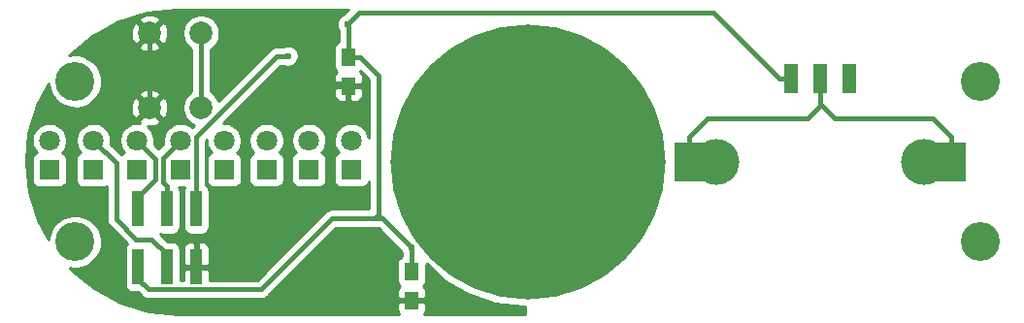
<source format=gbr>
G04 #@! TF.FileFunction,Copper,L2,Bot,Signal*
%FSLAX46Y46*%
G04 Gerber Fmt 4.6, Leading zero omitted, Abs format (unit mm)*
G04 Created by KiCad (PCBNEW 4.0.7-e2-6376~58~ubuntu16.04.1) date Tue Dec 26 20:47:44 2017*
%MOMM*%
%LPD*%
G01*
G04 APERTURE LIST*
%ADD10C,0.100000*%
%ADD11R,1.000000X3.150000*%
%ADD12C,24.000000*%
%ADD13C,3.400000*%
%ADD14R,1.250000X1.500000*%
%ADD15R,1.800000X1.800000*%
%ADD16C,1.800000*%
%ADD17R,1.250000X2.500000*%
%ADD18C,2.000000*%
%ADD19R,2.540000X3.510000*%
%ADD20C,4.000000*%
%ADD21C,0.600000*%
%ADD22C,0.400000*%
%ADD23C,0.254000*%
G04 APERTURE END LIST*
D10*
D11*
X110490000Y-118140000D03*
X110490000Y-123190000D03*
X113030000Y-118140000D03*
X113030000Y-123190000D03*
X115570000Y-118140000D03*
X115570000Y-123190000D03*
D12*
X144500000Y-114000000D03*
D13*
X184000000Y-107000000D03*
X105000000Y-107000000D03*
X184000000Y-121000000D03*
D14*
X128850000Y-104900000D03*
X128850000Y-107400000D03*
D15*
X129100000Y-114700000D03*
D16*
X129100000Y-112160000D03*
D15*
X125400000Y-114700000D03*
D16*
X125400000Y-112160000D03*
D15*
X121700000Y-114700000D03*
D16*
X121700000Y-112160000D03*
D15*
X118000000Y-114700000D03*
D16*
X118000000Y-112160000D03*
D15*
X114200000Y-114700000D03*
D16*
X114200000Y-112160000D03*
D15*
X110400000Y-114700000D03*
D16*
X110400000Y-112160000D03*
D15*
X106600000Y-114700000D03*
D16*
X106600000Y-112160000D03*
D15*
X102760000Y-114700000D03*
D16*
X102760000Y-112160000D03*
D17*
X167500000Y-106750000D03*
X170000000Y-106750000D03*
X172500000Y-106750000D03*
D18*
X111500000Y-102800000D03*
X116000000Y-102800000D03*
X111500000Y-109300000D03*
X116000000Y-109300000D03*
D13*
X105000000Y-121000000D03*
D19*
X158600000Y-114000000D03*
X181400000Y-114000000D03*
D20*
X160900000Y-114000000D03*
X179100000Y-114000000D03*
D14*
X134366000Y-123611000D03*
X134366000Y-126111000D03*
D21*
X108712000Y-124079000D03*
X130100000Y-122720002D03*
X127400000Y-107150000D03*
X134350000Y-121500000D03*
X128750000Y-102000000D03*
X123580000Y-104780000D03*
D22*
X170000000Y-109146000D02*
X170000000Y-108966000D01*
X170000000Y-108966000D02*
X170000000Y-106750000D01*
X179791000Y-110236000D02*
X171270000Y-110236000D01*
X171270000Y-110236000D02*
X170000000Y-108966000D01*
X181400000Y-114000000D02*
X181400000Y-111845000D01*
X181400000Y-111845000D02*
X179791000Y-110236000D01*
X168910000Y-110236000D02*
X170000000Y-109146000D01*
X160209000Y-110236000D02*
X168910000Y-110236000D01*
X158600000Y-114000000D02*
X158600000Y-111845000D01*
X158600000Y-111845000D02*
X160209000Y-110236000D01*
X127400000Y-107150000D02*
X128600000Y-107150000D01*
X128600000Y-107150000D02*
X128850000Y-107400000D01*
X111500000Y-102800000D02*
X111500000Y-104214213D01*
X111500000Y-104214213D02*
X111500000Y-109300000D01*
X134366000Y-123611000D02*
X134366000Y-121516000D01*
X134366000Y-121516000D02*
X134350000Y-121500000D01*
X128750000Y-102000000D02*
X129785000Y-100965000D01*
X129785000Y-100965000D02*
X160690000Y-100965000D01*
X160690000Y-100965000D02*
X166475000Y-106750000D01*
X166475000Y-106750000D02*
X167500000Y-106750000D01*
X167500000Y-106750000D02*
X167500000Y-106125000D01*
X121214999Y-125165001D02*
X127430000Y-118950000D01*
X127430000Y-118950000D02*
X131100000Y-118950000D01*
X110490000Y-123190000D02*
X110490000Y-124265000D01*
X110490000Y-124265000D02*
X111390001Y-125165001D01*
X111390001Y-125165001D02*
X121214999Y-125165001D01*
X131100000Y-118950000D02*
X131450000Y-118950000D01*
X131450000Y-118650000D02*
X131400000Y-118650000D01*
X131400000Y-118650000D02*
X131100000Y-118950000D01*
X131800000Y-118950000D02*
X131750000Y-118950000D01*
X131750000Y-118950000D02*
X131450000Y-118650000D01*
X131450000Y-106475000D02*
X131450000Y-118650000D01*
X131450000Y-118650000D02*
X131450000Y-118950000D01*
X132500000Y-119650000D02*
X132800000Y-119950000D01*
X132800000Y-119950000D02*
X134350000Y-121500000D01*
X131450000Y-118950000D02*
X131800000Y-118950000D01*
X131800000Y-118950000D02*
X132800000Y-119950000D01*
X128850000Y-104900000D02*
X129875000Y-104900000D01*
X129875000Y-104900000D02*
X131450000Y-106475000D01*
X128850000Y-104900000D02*
X129148542Y-104900000D01*
X128850000Y-104900000D02*
X128850000Y-102100000D01*
X128850000Y-102100000D02*
X128750000Y-102000000D01*
X115570000Y-118140000D02*
X115570000Y-111802002D01*
X122592002Y-104780000D02*
X123155736Y-104780000D01*
X115570000Y-111802002D02*
X122592002Y-104780000D01*
X123155736Y-104780000D02*
X123580000Y-104780000D01*
X112649000Y-115784000D02*
X112649000Y-113711000D01*
X112649000Y-113711000D02*
X114200000Y-112160000D01*
X113030000Y-118140000D02*
X113030000Y-116165000D01*
X113030000Y-116165000D02*
X112649000Y-115784000D01*
X112014000Y-113774000D02*
X112014000Y-115541000D01*
X112014000Y-115541000D02*
X110490000Y-117065000D01*
X110490000Y-117065000D02*
X110490000Y-118140000D01*
X110400000Y-112160000D02*
X112014000Y-113774000D01*
X106600000Y-112160000D02*
X108585000Y-114145000D01*
X108585000Y-114145000D02*
X108585000Y-119030002D01*
X108585000Y-119030002D02*
X110331998Y-120777000D01*
X110331998Y-120777000D02*
X111692000Y-120777000D01*
X111692000Y-120777000D02*
X113030000Y-122115000D01*
X113030000Y-122115000D02*
X113030000Y-123190000D01*
X116000000Y-102800000D02*
X116000000Y-104214213D01*
X116000000Y-104214213D02*
X116000000Y-109300000D01*
D23*
G36*
X128460735Y-101108397D02*
X128314722Y-101167390D01*
X128161291Y-101267793D01*
X128030283Y-101396086D01*
X127926689Y-101547381D01*
X127854454Y-101715916D01*
X127816331Y-101895272D01*
X127813771Y-102078617D01*
X127846872Y-102258968D01*
X127914372Y-102429454D01*
X128013701Y-102583583D01*
X128015000Y-102584928D01*
X128015000Y-103553710D01*
X127952366Y-103573106D01*
X127802441Y-103671900D01*
X127685975Y-103808550D01*
X127612190Y-103972237D01*
X127586928Y-104150000D01*
X127586928Y-105650000D01*
X127594992Y-105751121D01*
X127648106Y-105922634D01*
X127746900Y-106072559D01*
X127834497Y-106147217D01*
X127820211Y-106156763D01*
X127731763Y-106245211D01*
X127662270Y-106349215D01*
X127614403Y-106464777D01*
X127590000Y-106587458D01*
X127590000Y-107114250D01*
X127748750Y-107273000D01*
X128723000Y-107273000D01*
X128723000Y-107253000D01*
X128977000Y-107253000D01*
X128977000Y-107273000D01*
X129951250Y-107273000D01*
X130110000Y-107114250D01*
X130110000Y-106587458D01*
X130085597Y-106464777D01*
X130037730Y-106349215D01*
X129968237Y-106245211D01*
X129879789Y-106156763D01*
X129867015Y-106148227D01*
X129897559Y-106128100D01*
X129908912Y-106114780D01*
X130615000Y-106820868D01*
X130615000Y-111908147D01*
X130576595Y-111714190D01*
X130461882Y-111435874D01*
X130295295Y-111185141D01*
X130083180Y-110971540D01*
X129833616Y-110803206D01*
X129556108Y-110686553D01*
X129261228Y-110626023D01*
X128960206Y-110623921D01*
X128664509Y-110680328D01*
X128385400Y-110793096D01*
X128133509Y-110957928D01*
X127918432Y-111168547D01*
X127748361Y-111416930D01*
X127629773Y-111693617D01*
X127567186Y-111988067D01*
X127562983Y-112289067D01*
X127617324Y-112585150D01*
X127728140Y-112865040D01*
X127891210Y-113118075D01*
X127977611Y-113207546D01*
X127927366Y-113223106D01*
X127777441Y-113321900D01*
X127660975Y-113458550D01*
X127587190Y-113622237D01*
X127561928Y-113800000D01*
X127561928Y-115600000D01*
X127569992Y-115701121D01*
X127623106Y-115872634D01*
X127721900Y-116022559D01*
X127858550Y-116139025D01*
X128022237Y-116212810D01*
X128200000Y-116238072D01*
X130000000Y-116238072D01*
X130101121Y-116230008D01*
X130272634Y-116176894D01*
X130422559Y-116078100D01*
X130539025Y-115941450D01*
X130612810Y-115777763D01*
X130615000Y-115762352D01*
X130615000Y-118115000D01*
X127430000Y-118115000D01*
X127353253Y-118122525D01*
X127276400Y-118129249D01*
X127272186Y-118130473D01*
X127267814Y-118130902D01*
X127193966Y-118153198D01*
X127119908Y-118174714D01*
X127116009Y-118176735D01*
X127111806Y-118178004D01*
X127043704Y-118214215D01*
X126975227Y-118249710D01*
X126971796Y-118252449D01*
X126967918Y-118254511D01*
X126908142Y-118303262D01*
X126847867Y-118351379D01*
X126841761Y-118357401D01*
X126841630Y-118357508D01*
X126841530Y-118357629D01*
X126839566Y-118359566D01*
X120869131Y-124330001D01*
X116705000Y-124330001D01*
X116705000Y-123475750D01*
X116546250Y-123317000D01*
X115697000Y-123317000D01*
X115697000Y-123337000D01*
X115443000Y-123337000D01*
X115443000Y-123317000D01*
X114593750Y-123317000D01*
X114435000Y-123475750D01*
X114435000Y-124330001D01*
X114168072Y-124330001D01*
X114168072Y-121615000D01*
X114163085Y-121552458D01*
X114435000Y-121552458D01*
X114435000Y-122904250D01*
X114593750Y-123063000D01*
X115443000Y-123063000D01*
X115443000Y-121138750D01*
X115697000Y-121138750D01*
X115697000Y-123063000D01*
X116546250Y-123063000D01*
X116705000Y-122904250D01*
X116705000Y-121552458D01*
X116680597Y-121429777D01*
X116632730Y-121314215D01*
X116563237Y-121210211D01*
X116474789Y-121121763D01*
X116370785Y-121052270D01*
X116255223Y-121004403D01*
X116132542Y-120980000D01*
X115855750Y-120980000D01*
X115697000Y-121138750D01*
X115443000Y-121138750D01*
X115284250Y-120980000D01*
X115007458Y-120980000D01*
X114884777Y-121004403D01*
X114769215Y-121052270D01*
X114665211Y-121121763D01*
X114576763Y-121210211D01*
X114507270Y-121314215D01*
X114459403Y-121429777D01*
X114435000Y-121552458D01*
X114163085Y-121552458D01*
X114160008Y-121513879D01*
X114106894Y-121342366D01*
X114008100Y-121192441D01*
X113871450Y-121075975D01*
X113707763Y-121002190D01*
X113530000Y-120976928D01*
X113072796Y-120976928D01*
X112435512Y-120339644D01*
X112530000Y-120353072D01*
X113530000Y-120353072D01*
X113631121Y-120345008D01*
X113802634Y-120291894D01*
X113952559Y-120193100D01*
X114069025Y-120056450D01*
X114142810Y-119892763D01*
X114168072Y-119715000D01*
X114168072Y-116565000D01*
X114160008Y-116463879D01*
X114106894Y-116292366D01*
X114071117Y-116238072D01*
X114524429Y-116238072D01*
X114457190Y-116387237D01*
X114431928Y-116565000D01*
X114431928Y-119715000D01*
X114439992Y-119816121D01*
X114493106Y-119987634D01*
X114591900Y-120137559D01*
X114728550Y-120254025D01*
X114892237Y-120327810D01*
X115070000Y-120353072D01*
X116070000Y-120353072D01*
X116171121Y-120345008D01*
X116342634Y-120291894D01*
X116492559Y-120193100D01*
X116609025Y-120056450D01*
X116682810Y-119892763D01*
X116708072Y-119715000D01*
X116708072Y-116565000D01*
X116700008Y-116463879D01*
X116646894Y-116292366D01*
X116548100Y-116142441D01*
X116411450Y-116025975D01*
X116405000Y-116023068D01*
X116405000Y-112147870D01*
X116465804Y-112087066D01*
X116462983Y-112289067D01*
X116517324Y-112585150D01*
X116628140Y-112865040D01*
X116791210Y-113118075D01*
X116877611Y-113207546D01*
X116827366Y-113223106D01*
X116677441Y-113321900D01*
X116560975Y-113458550D01*
X116487190Y-113622237D01*
X116461928Y-113800000D01*
X116461928Y-115600000D01*
X116469992Y-115701121D01*
X116523106Y-115872634D01*
X116621900Y-116022559D01*
X116758550Y-116139025D01*
X116922237Y-116212810D01*
X117100000Y-116238072D01*
X118900000Y-116238072D01*
X119001121Y-116230008D01*
X119172634Y-116176894D01*
X119322559Y-116078100D01*
X119439025Y-115941450D01*
X119512810Y-115777763D01*
X119538072Y-115600000D01*
X119538072Y-113800000D01*
X120161928Y-113800000D01*
X120161928Y-115600000D01*
X120169992Y-115701121D01*
X120223106Y-115872634D01*
X120321900Y-116022559D01*
X120458550Y-116139025D01*
X120622237Y-116212810D01*
X120800000Y-116238072D01*
X122600000Y-116238072D01*
X122701121Y-116230008D01*
X122872634Y-116176894D01*
X123022559Y-116078100D01*
X123139025Y-115941450D01*
X123212810Y-115777763D01*
X123238072Y-115600000D01*
X123238072Y-113800000D01*
X123861928Y-113800000D01*
X123861928Y-115600000D01*
X123869992Y-115701121D01*
X123923106Y-115872634D01*
X124021900Y-116022559D01*
X124158550Y-116139025D01*
X124322237Y-116212810D01*
X124500000Y-116238072D01*
X126300000Y-116238072D01*
X126401121Y-116230008D01*
X126572634Y-116176894D01*
X126722559Y-116078100D01*
X126839025Y-115941450D01*
X126912810Y-115777763D01*
X126938072Y-115600000D01*
X126938072Y-113800000D01*
X126930008Y-113698879D01*
X126876894Y-113527366D01*
X126778100Y-113377441D01*
X126641450Y-113260975D01*
X126524963Y-113208466D01*
X126567610Y-113167854D01*
X126741132Y-112921869D01*
X126863572Y-112646866D01*
X126930265Y-112353317D01*
X126935066Y-112009486D01*
X126876595Y-111714190D01*
X126761882Y-111435874D01*
X126595295Y-111185141D01*
X126383180Y-110971540D01*
X126133616Y-110803206D01*
X125856108Y-110686553D01*
X125561228Y-110626023D01*
X125260206Y-110623921D01*
X124964509Y-110680328D01*
X124685400Y-110793096D01*
X124433509Y-110957928D01*
X124218432Y-111168547D01*
X124048361Y-111416930D01*
X123929773Y-111693617D01*
X123867186Y-111988067D01*
X123862983Y-112289067D01*
X123917324Y-112585150D01*
X124028140Y-112865040D01*
X124191210Y-113118075D01*
X124277611Y-113207546D01*
X124227366Y-113223106D01*
X124077441Y-113321900D01*
X123960975Y-113458550D01*
X123887190Y-113622237D01*
X123861928Y-113800000D01*
X123238072Y-113800000D01*
X123230008Y-113698879D01*
X123176894Y-113527366D01*
X123078100Y-113377441D01*
X122941450Y-113260975D01*
X122824963Y-113208466D01*
X122867610Y-113167854D01*
X123041132Y-112921869D01*
X123163572Y-112646866D01*
X123230265Y-112353317D01*
X123235066Y-112009486D01*
X123176595Y-111714190D01*
X123061882Y-111435874D01*
X122895295Y-111185141D01*
X122683180Y-110971540D01*
X122433616Y-110803206D01*
X122156108Y-110686553D01*
X121861228Y-110626023D01*
X121560206Y-110623921D01*
X121264509Y-110680328D01*
X120985400Y-110793096D01*
X120733509Y-110957928D01*
X120518432Y-111168547D01*
X120348361Y-111416930D01*
X120229773Y-111693617D01*
X120167186Y-111988067D01*
X120162983Y-112289067D01*
X120217324Y-112585150D01*
X120328140Y-112865040D01*
X120491210Y-113118075D01*
X120577611Y-113207546D01*
X120527366Y-113223106D01*
X120377441Y-113321900D01*
X120260975Y-113458550D01*
X120187190Y-113622237D01*
X120161928Y-113800000D01*
X119538072Y-113800000D01*
X119530008Y-113698879D01*
X119476894Y-113527366D01*
X119378100Y-113377441D01*
X119241450Y-113260975D01*
X119124963Y-113208466D01*
X119167610Y-113167854D01*
X119341132Y-112921869D01*
X119463572Y-112646866D01*
X119530265Y-112353317D01*
X119535066Y-112009486D01*
X119476595Y-111714190D01*
X119361882Y-111435874D01*
X119195295Y-111185141D01*
X118983180Y-110971540D01*
X118733616Y-110803206D01*
X118456108Y-110686553D01*
X118161228Y-110626023D01*
X117928472Y-110624398D01*
X120867120Y-107685750D01*
X127590000Y-107685750D01*
X127590000Y-108212542D01*
X127614403Y-108335223D01*
X127662270Y-108450785D01*
X127731763Y-108554789D01*
X127820211Y-108643237D01*
X127924215Y-108712730D01*
X128039777Y-108760597D01*
X128162458Y-108785000D01*
X128564250Y-108785000D01*
X128723000Y-108626250D01*
X128723000Y-107527000D01*
X128977000Y-107527000D01*
X128977000Y-108626250D01*
X129135750Y-108785000D01*
X129537542Y-108785000D01*
X129660223Y-108760597D01*
X129775785Y-108712730D01*
X129879789Y-108643237D01*
X129968237Y-108554789D01*
X130037730Y-108450785D01*
X130085597Y-108335223D01*
X130110000Y-108212542D01*
X130110000Y-107685750D01*
X129951250Y-107527000D01*
X128977000Y-107527000D01*
X128723000Y-107527000D01*
X127748750Y-107527000D01*
X127590000Y-107685750D01*
X120867120Y-107685750D01*
X122937870Y-105615000D01*
X123155678Y-105615000D01*
X123289671Y-105673540D01*
X123468757Y-105712915D01*
X123652079Y-105716755D01*
X123832657Y-105684914D01*
X124003610Y-105618606D01*
X124158429Y-105520355D01*
X124291215Y-105393904D01*
X124396911Y-105244070D01*
X124471492Y-105076560D01*
X124512116Y-104897754D01*
X124515040Y-104688319D01*
X124479425Y-104508448D01*
X124409550Y-104338920D01*
X124308079Y-104186193D01*
X124178875Y-104056084D01*
X124026860Y-103953549D01*
X123857825Y-103882493D01*
X123678207Y-103845623D01*
X123494849Y-103844343D01*
X123314733Y-103878701D01*
X123150637Y-103945000D01*
X122592002Y-103945000D01*
X122515210Y-103952529D01*
X122438402Y-103959249D01*
X122434188Y-103960473D01*
X122429816Y-103960902D01*
X122355935Y-103983208D01*
X122281909Y-104004715D01*
X122278013Y-104006734D01*
X122273808Y-104008004D01*
X122205670Y-104044234D01*
X122137228Y-104079711D01*
X122133798Y-104082449D01*
X122129920Y-104084511D01*
X122070133Y-104133272D01*
X122009868Y-104181380D01*
X122003763Y-104187401D01*
X122003632Y-104187508D01*
X122003532Y-104187629D01*
X122001568Y-104189566D01*
X117512431Y-108678703D01*
X117450604Y-108528700D01*
X117273165Y-108261632D01*
X117047231Y-108034115D01*
X116835000Y-107890964D01*
X116835000Y-104206628D01*
X117011477Y-104094632D01*
X117243676Y-103873512D01*
X117428503Y-103611503D01*
X117558919Y-103318583D01*
X117629956Y-103005911D01*
X117635070Y-102639680D01*
X117572791Y-102325146D01*
X117450604Y-102028700D01*
X117273165Y-101761632D01*
X117047231Y-101534115D01*
X116781408Y-101354816D01*
X116485822Y-101230563D01*
X116171731Y-101166089D01*
X115851099Y-101163851D01*
X115536138Y-101223933D01*
X115238846Y-101344046D01*
X114970546Y-101519617D01*
X114741457Y-101743957D01*
X114560306Y-102008522D01*
X114433993Y-102303233D01*
X114367328Y-102616866D01*
X114362851Y-102937475D01*
X114420733Y-103252848D01*
X114538768Y-103550971D01*
X114712461Y-103820491D01*
X114935197Y-104051140D01*
X115165000Y-104210857D01*
X115165000Y-107892370D01*
X114970546Y-108019617D01*
X114741457Y-108243957D01*
X114560306Y-108508522D01*
X114433993Y-108803233D01*
X114367328Y-109116866D01*
X114362851Y-109437475D01*
X114420733Y-109752848D01*
X114538768Y-110050971D01*
X114712461Y-110320491D01*
X114935197Y-110551140D01*
X115198490Y-110734133D01*
X115378400Y-110812734D01*
X115201323Y-110989811D01*
X115183180Y-110971540D01*
X114933616Y-110803206D01*
X114656108Y-110686553D01*
X114361228Y-110626023D01*
X114060206Y-110623921D01*
X113764509Y-110680328D01*
X113485400Y-110793096D01*
X113233509Y-110957928D01*
X113018432Y-111168547D01*
X112848361Y-111416930D01*
X112729773Y-111693617D01*
X112667186Y-111988067D01*
X112662983Y-112289067D01*
X112698197Y-112480935D01*
X112300000Y-112879132D01*
X111901369Y-112480501D01*
X111930265Y-112353317D01*
X111935066Y-112009486D01*
X111876595Y-111714190D01*
X111761882Y-111435874D01*
X111595295Y-111185141D01*
X111383180Y-110971540D01*
X111317077Y-110926953D01*
X111562595Y-110941718D01*
X111881675Y-110897961D01*
X112186088Y-110792795D01*
X112360044Y-110699814D01*
X112455808Y-110435413D01*
X111500000Y-109479605D01*
X110544192Y-110435413D01*
X110617406Y-110637555D01*
X110561228Y-110626023D01*
X110260206Y-110623921D01*
X109964509Y-110680328D01*
X109685400Y-110793096D01*
X109433509Y-110957928D01*
X109218432Y-111168547D01*
X109048361Y-111416930D01*
X108929773Y-111693617D01*
X108867186Y-111988067D01*
X108862983Y-112289067D01*
X108917324Y-112585150D01*
X109028140Y-112865040D01*
X109191210Y-113118075D01*
X109277611Y-113207546D01*
X109227366Y-113223106D01*
X109077441Y-113321900D01*
X109015474Y-113394606D01*
X108101369Y-112480501D01*
X108130265Y-112353317D01*
X108135066Y-112009486D01*
X108076595Y-111714190D01*
X107961882Y-111435874D01*
X107795295Y-111185141D01*
X107583180Y-110971540D01*
X107333616Y-110803206D01*
X107056108Y-110686553D01*
X106761228Y-110626023D01*
X106460206Y-110623921D01*
X106164509Y-110680328D01*
X105885400Y-110793096D01*
X105633509Y-110957928D01*
X105418432Y-111168547D01*
X105248361Y-111416930D01*
X105129773Y-111693617D01*
X105067186Y-111988067D01*
X105062983Y-112289067D01*
X105117324Y-112585150D01*
X105228140Y-112865040D01*
X105391210Y-113118075D01*
X105477611Y-113207546D01*
X105427366Y-113223106D01*
X105277441Y-113321900D01*
X105160975Y-113458550D01*
X105087190Y-113622237D01*
X105061928Y-113800000D01*
X105061928Y-115600000D01*
X105069992Y-115701121D01*
X105123106Y-115872634D01*
X105221900Y-116022559D01*
X105358550Y-116139025D01*
X105522237Y-116212810D01*
X105700000Y-116238072D01*
X107500000Y-116238072D01*
X107601121Y-116230008D01*
X107750000Y-116183903D01*
X107750000Y-119030002D01*
X107757525Y-119106749D01*
X107764249Y-119183602D01*
X107765473Y-119187816D01*
X107765902Y-119192188D01*
X107788212Y-119266083D01*
X107809715Y-119340094D01*
X107811734Y-119343988D01*
X107813004Y-119348196D01*
X107849223Y-119416313D01*
X107884710Y-119484776D01*
X107887451Y-119488209D01*
X107889511Y-119492084D01*
X107938269Y-119551868D01*
X107986380Y-119612135D01*
X107992400Y-119618240D01*
X107992508Y-119618372D01*
X107992631Y-119618473D01*
X107994566Y-119620436D01*
X109541485Y-121167355D01*
X109450975Y-121273550D01*
X109377190Y-121437237D01*
X109351928Y-121615000D01*
X109351928Y-124765000D01*
X109359992Y-124866121D01*
X109413106Y-125037634D01*
X109511900Y-125187559D01*
X109648550Y-125304025D01*
X109812237Y-125377810D01*
X109990000Y-125403072D01*
X110447204Y-125403072D01*
X110799567Y-125755435D01*
X110859183Y-125804405D01*
X110918254Y-125853971D01*
X110922097Y-125856084D01*
X110925494Y-125858874D01*
X110993527Y-125895353D01*
X111061060Y-125932479D01*
X111065243Y-125933806D01*
X111069115Y-125935882D01*
X111142922Y-125958447D01*
X111216395Y-125981754D01*
X111220755Y-125982243D01*
X111224958Y-125983528D01*
X111301757Y-125991329D01*
X111378343Y-125999920D01*
X111386915Y-125999980D01*
X111387087Y-125999997D01*
X111387247Y-125999982D01*
X111390001Y-126000001D01*
X121214999Y-126000001D01*
X121291746Y-125992476D01*
X121368599Y-125985752D01*
X121372813Y-125984528D01*
X121377185Y-125984099D01*
X121451080Y-125961789D01*
X121525091Y-125940286D01*
X121528985Y-125938267D01*
X121533193Y-125936997D01*
X121601310Y-125900778D01*
X121669773Y-125865291D01*
X121673206Y-125862550D01*
X121677081Y-125860490D01*
X121736865Y-125811732D01*
X121797132Y-125763621D01*
X121803237Y-125757601D01*
X121803369Y-125757493D01*
X121803470Y-125757370D01*
X121805433Y-125755435D01*
X127775868Y-119785000D01*
X131454132Y-119785000D01*
X133459176Y-121790044D01*
X133514372Y-121929454D01*
X133531000Y-121955256D01*
X133531000Y-122264710D01*
X133468366Y-122284106D01*
X133318441Y-122382900D01*
X133201975Y-122519550D01*
X133128190Y-122683237D01*
X133102928Y-122861000D01*
X133102928Y-124361000D01*
X133110992Y-124462121D01*
X133164106Y-124633634D01*
X133262900Y-124783559D01*
X133350497Y-124858217D01*
X133336211Y-124867763D01*
X133247763Y-124956211D01*
X133178270Y-125060215D01*
X133130403Y-125175777D01*
X133106000Y-125298458D01*
X133106000Y-125825250D01*
X133264750Y-125984000D01*
X134239000Y-125984000D01*
X134239000Y-125964000D01*
X134493000Y-125964000D01*
X134493000Y-125984000D01*
X135467250Y-125984000D01*
X135626000Y-125825250D01*
X135626000Y-125298458D01*
X135601597Y-125175777D01*
X135553730Y-125060215D01*
X135484237Y-124956211D01*
X135395789Y-124867763D01*
X135383015Y-124859227D01*
X135413559Y-124839100D01*
X135530025Y-124702450D01*
X135603810Y-124538763D01*
X135629072Y-124361000D01*
X135629072Y-123050536D01*
X135724989Y-122954619D01*
X137140517Y-124345524D01*
X139300239Y-125582501D01*
X141659785Y-126374369D01*
X144128478Y-126690698D01*
X144247666Y-126682472D01*
X144263344Y-127290000D01*
X135460026Y-127290000D01*
X135484237Y-127265789D01*
X135553730Y-127161785D01*
X135601597Y-127046223D01*
X135626000Y-126923542D01*
X135626000Y-126396750D01*
X135467250Y-126238000D01*
X134493000Y-126238000D01*
X134493000Y-126258000D01*
X134239000Y-126258000D01*
X134239000Y-126238000D01*
X133264750Y-126238000D01*
X133106000Y-126396750D01*
X133106000Y-126923542D01*
X133130403Y-127046223D01*
X133178270Y-127161785D01*
X133247763Y-127265789D01*
X133271974Y-127290000D01*
X114034720Y-127290000D01*
X111419290Y-127033555D01*
X108936873Y-126284068D01*
X106647311Y-125066687D01*
X104637811Y-123427778D01*
X104519969Y-123285332D01*
X104722189Y-123329793D01*
X105180006Y-123339383D01*
X105630966Y-123259866D01*
X106057893Y-123094272D01*
X106444525Y-122848908D01*
X106776136Y-122533119D01*
X107040094Y-122158935D01*
X107226346Y-121740607D01*
X107327797Y-121294069D01*
X107335100Y-120771041D01*
X107246157Y-120321845D01*
X107071658Y-119898480D01*
X106818251Y-119517071D01*
X106495587Y-119192146D01*
X106115956Y-118936082D01*
X105693819Y-118758632D01*
X105245255Y-118666555D01*
X104787349Y-118663358D01*
X104337543Y-118749164D01*
X103912969Y-118920702D01*
X103529801Y-119171441D01*
X103202631Y-119491829D01*
X102943923Y-119869662D01*
X102763531Y-120290550D01*
X102668324Y-120738461D01*
X102666884Y-120841586D01*
X101751577Y-119148761D01*
X100984781Y-116671641D01*
X100713729Y-114092756D01*
X100740371Y-113800000D01*
X101221928Y-113800000D01*
X101221928Y-115600000D01*
X101229992Y-115701121D01*
X101283106Y-115872634D01*
X101381900Y-116022559D01*
X101518550Y-116139025D01*
X101682237Y-116212810D01*
X101860000Y-116238072D01*
X103660000Y-116238072D01*
X103761121Y-116230008D01*
X103932634Y-116176894D01*
X104082559Y-116078100D01*
X104199025Y-115941450D01*
X104272810Y-115777763D01*
X104298072Y-115600000D01*
X104298072Y-113800000D01*
X104290008Y-113698879D01*
X104236894Y-113527366D01*
X104138100Y-113377441D01*
X104001450Y-113260975D01*
X103884963Y-113208466D01*
X103927610Y-113167854D01*
X104101132Y-112921869D01*
X104223572Y-112646866D01*
X104290265Y-112353317D01*
X104295066Y-112009486D01*
X104236595Y-111714190D01*
X104121882Y-111435874D01*
X103955295Y-111185141D01*
X103743180Y-110971540D01*
X103493616Y-110803206D01*
X103216108Y-110686553D01*
X102921228Y-110626023D01*
X102620206Y-110623921D01*
X102324509Y-110680328D01*
X102045400Y-110793096D01*
X101793509Y-110957928D01*
X101578432Y-111168547D01*
X101408361Y-111416930D01*
X101289773Y-111693617D01*
X101227186Y-111988067D01*
X101222983Y-112289067D01*
X101277324Y-112585150D01*
X101388140Y-112865040D01*
X101551210Y-113118075D01*
X101637611Y-113207546D01*
X101587366Y-113223106D01*
X101437441Y-113321900D01*
X101320975Y-113458550D01*
X101247190Y-113622237D01*
X101221928Y-113800000D01*
X100740371Y-113800000D01*
X100948746Y-111510342D01*
X101580862Y-109362595D01*
X109858282Y-109362595D01*
X109902039Y-109681675D01*
X110007205Y-109986088D01*
X110100186Y-110160044D01*
X110364587Y-110255808D01*
X111320395Y-109300000D01*
X111679605Y-109300000D01*
X112635413Y-110255808D01*
X112899814Y-110160044D01*
X113040704Y-109870429D01*
X113122384Y-109558892D01*
X113141718Y-109237405D01*
X113097961Y-108918325D01*
X112992795Y-108613912D01*
X112899814Y-108439956D01*
X112635413Y-108344192D01*
X111679605Y-109300000D01*
X111320395Y-109300000D01*
X110364587Y-108344192D01*
X110100186Y-108439956D01*
X109959296Y-108729571D01*
X109877616Y-109041108D01*
X109858282Y-109362595D01*
X101580862Y-109362595D01*
X101680883Y-109022755D01*
X102662650Y-107144808D01*
X102661931Y-107196333D01*
X102744594Y-107646727D01*
X102913164Y-108072488D01*
X103161222Y-108457398D01*
X103479318Y-108786796D01*
X103855336Y-109048135D01*
X104274954Y-109231462D01*
X104722189Y-109329793D01*
X105180006Y-109339383D01*
X105630966Y-109259866D01*
X106057893Y-109094272D01*
X106444525Y-108848908D01*
X106776136Y-108533119D01*
X107036106Y-108164587D01*
X110544192Y-108164587D01*
X111500000Y-109120395D01*
X112455808Y-108164587D01*
X112360044Y-107900186D01*
X112070429Y-107759296D01*
X111758892Y-107677616D01*
X111437405Y-107658282D01*
X111118325Y-107702039D01*
X110813912Y-107807205D01*
X110639956Y-107900186D01*
X110544192Y-108164587D01*
X107036106Y-108164587D01*
X107040094Y-108158935D01*
X107226346Y-107740607D01*
X107327797Y-107294069D01*
X107335100Y-106771041D01*
X107246157Y-106321845D01*
X107071658Y-105898480D01*
X106818251Y-105517071D01*
X106495587Y-105192146D01*
X106115956Y-104936082D01*
X105693819Y-104758632D01*
X105245255Y-104666555D01*
X104787349Y-104663358D01*
X104494777Y-104719170D01*
X104507088Y-104703858D01*
X105422885Y-103935413D01*
X110544192Y-103935413D01*
X110639956Y-104199814D01*
X110929571Y-104340704D01*
X111241108Y-104422384D01*
X111562595Y-104441718D01*
X111881675Y-104397961D01*
X112186088Y-104292795D01*
X112360044Y-104199814D01*
X112455808Y-103935413D01*
X111500000Y-102979605D01*
X110544192Y-103935413D01*
X105422885Y-103935413D01*
X106493512Y-103037051D01*
X106810846Y-102862595D01*
X109858282Y-102862595D01*
X109902039Y-103181675D01*
X110007205Y-103486088D01*
X110100186Y-103660044D01*
X110364587Y-103755808D01*
X111320395Y-102800000D01*
X111679605Y-102800000D01*
X112635413Y-103755808D01*
X112899814Y-103660044D01*
X113040704Y-103370429D01*
X113122384Y-103058892D01*
X113141718Y-102737405D01*
X113097961Y-102418325D01*
X112992795Y-102113912D01*
X112899814Y-101939956D01*
X112635413Y-101844192D01*
X111679605Y-102800000D01*
X111320395Y-102800000D01*
X110364587Y-101844192D01*
X110100186Y-101939956D01*
X109959296Y-102229571D01*
X109877616Y-102541108D01*
X109858282Y-102862595D01*
X106810846Y-102862595D01*
X108765856Y-101787819D01*
X109154332Y-101664587D01*
X110544192Y-101664587D01*
X111500000Y-102620395D01*
X112455808Y-101664587D01*
X112360044Y-101400186D01*
X112070429Y-101259296D01*
X111758892Y-101177616D01*
X111437405Y-101158282D01*
X111118325Y-101202039D01*
X110813912Y-101307205D01*
X110639956Y-101400186D01*
X110544192Y-101664587D01*
X109154332Y-101664587D01*
X111237561Y-101003749D01*
X113846690Y-100711088D01*
X114002524Y-100710000D01*
X128859132Y-100710000D01*
X128460735Y-101108397D01*
X128460735Y-101108397D01*
G37*
X128460735Y-101108397D02*
X128314722Y-101167390D01*
X128161291Y-101267793D01*
X128030283Y-101396086D01*
X127926689Y-101547381D01*
X127854454Y-101715916D01*
X127816331Y-101895272D01*
X127813771Y-102078617D01*
X127846872Y-102258968D01*
X127914372Y-102429454D01*
X128013701Y-102583583D01*
X128015000Y-102584928D01*
X128015000Y-103553710D01*
X127952366Y-103573106D01*
X127802441Y-103671900D01*
X127685975Y-103808550D01*
X127612190Y-103972237D01*
X127586928Y-104150000D01*
X127586928Y-105650000D01*
X127594992Y-105751121D01*
X127648106Y-105922634D01*
X127746900Y-106072559D01*
X127834497Y-106147217D01*
X127820211Y-106156763D01*
X127731763Y-106245211D01*
X127662270Y-106349215D01*
X127614403Y-106464777D01*
X127590000Y-106587458D01*
X127590000Y-107114250D01*
X127748750Y-107273000D01*
X128723000Y-107273000D01*
X128723000Y-107253000D01*
X128977000Y-107253000D01*
X128977000Y-107273000D01*
X129951250Y-107273000D01*
X130110000Y-107114250D01*
X130110000Y-106587458D01*
X130085597Y-106464777D01*
X130037730Y-106349215D01*
X129968237Y-106245211D01*
X129879789Y-106156763D01*
X129867015Y-106148227D01*
X129897559Y-106128100D01*
X129908912Y-106114780D01*
X130615000Y-106820868D01*
X130615000Y-111908147D01*
X130576595Y-111714190D01*
X130461882Y-111435874D01*
X130295295Y-111185141D01*
X130083180Y-110971540D01*
X129833616Y-110803206D01*
X129556108Y-110686553D01*
X129261228Y-110626023D01*
X128960206Y-110623921D01*
X128664509Y-110680328D01*
X128385400Y-110793096D01*
X128133509Y-110957928D01*
X127918432Y-111168547D01*
X127748361Y-111416930D01*
X127629773Y-111693617D01*
X127567186Y-111988067D01*
X127562983Y-112289067D01*
X127617324Y-112585150D01*
X127728140Y-112865040D01*
X127891210Y-113118075D01*
X127977611Y-113207546D01*
X127927366Y-113223106D01*
X127777441Y-113321900D01*
X127660975Y-113458550D01*
X127587190Y-113622237D01*
X127561928Y-113800000D01*
X127561928Y-115600000D01*
X127569992Y-115701121D01*
X127623106Y-115872634D01*
X127721900Y-116022559D01*
X127858550Y-116139025D01*
X128022237Y-116212810D01*
X128200000Y-116238072D01*
X130000000Y-116238072D01*
X130101121Y-116230008D01*
X130272634Y-116176894D01*
X130422559Y-116078100D01*
X130539025Y-115941450D01*
X130612810Y-115777763D01*
X130615000Y-115762352D01*
X130615000Y-118115000D01*
X127430000Y-118115000D01*
X127353253Y-118122525D01*
X127276400Y-118129249D01*
X127272186Y-118130473D01*
X127267814Y-118130902D01*
X127193966Y-118153198D01*
X127119908Y-118174714D01*
X127116009Y-118176735D01*
X127111806Y-118178004D01*
X127043704Y-118214215D01*
X126975227Y-118249710D01*
X126971796Y-118252449D01*
X126967918Y-118254511D01*
X126908142Y-118303262D01*
X126847867Y-118351379D01*
X126841761Y-118357401D01*
X126841630Y-118357508D01*
X126841530Y-118357629D01*
X126839566Y-118359566D01*
X120869131Y-124330001D01*
X116705000Y-124330001D01*
X116705000Y-123475750D01*
X116546250Y-123317000D01*
X115697000Y-123317000D01*
X115697000Y-123337000D01*
X115443000Y-123337000D01*
X115443000Y-123317000D01*
X114593750Y-123317000D01*
X114435000Y-123475750D01*
X114435000Y-124330001D01*
X114168072Y-124330001D01*
X114168072Y-121615000D01*
X114163085Y-121552458D01*
X114435000Y-121552458D01*
X114435000Y-122904250D01*
X114593750Y-123063000D01*
X115443000Y-123063000D01*
X115443000Y-121138750D01*
X115697000Y-121138750D01*
X115697000Y-123063000D01*
X116546250Y-123063000D01*
X116705000Y-122904250D01*
X116705000Y-121552458D01*
X116680597Y-121429777D01*
X116632730Y-121314215D01*
X116563237Y-121210211D01*
X116474789Y-121121763D01*
X116370785Y-121052270D01*
X116255223Y-121004403D01*
X116132542Y-120980000D01*
X115855750Y-120980000D01*
X115697000Y-121138750D01*
X115443000Y-121138750D01*
X115284250Y-120980000D01*
X115007458Y-120980000D01*
X114884777Y-121004403D01*
X114769215Y-121052270D01*
X114665211Y-121121763D01*
X114576763Y-121210211D01*
X114507270Y-121314215D01*
X114459403Y-121429777D01*
X114435000Y-121552458D01*
X114163085Y-121552458D01*
X114160008Y-121513879D01*
X114106894Y-121342366D01*
X114008100Y-121192441D01*
X113871450Y-121075975D01*
X113707763Y-121002190D01*
X113530000Y-120976928D01*
X113072796Y-120976928D01*
X112435512Y-120339644D01*
X112530000Y-120353072D01*
X113530000Y-120353072D01*
X113631121Y-120345008D01*
X113802634Y-120291894D01*
X113952559Y-120193100D01*
X114069025Y-120056450D01*
X114142810Y-119892763D01*
X114168072Y-119715000D01*
X114168072Y-116565000D01*
X114160008Y-116463879D01*
X114106894Y-116292366D01*
X114071117Y-116238072D01*
X114524429Y-116238072D01*
X114457190Y-116387237D01*
X114431928Y-116565000D01*
X114431928Y-119715000D01*
X114439992Y-119816121D01*
X114493106Y-119987634D01*
X114591900Y-120137559D01*
X114728550Y-120254025D01*
X114892237Y-120327810D01*
X115070000Y-120353072D01*
X116070000Y-120353072D01*
X116171121Y-120345008D01*
X116342634Y-120291894D01*
X116492559Y-120193100D01*
X116609025Y-120056450D01*
X116682810Y-119892763D01*
X116708072Y-119715000D01*
X116708072Y-116565000D01*
X116700008Y-116463879D01*
X116646894Y-116292366D01*
X116548100Y-116142441D01*
X116411450Y-116025975D01*
X116405000Y-116023068D01*
X116405000Y-112147870D01*
X116465804Y-112087066D01*
X116462983Y-112289067D01*
X116517324Y-112585150D01*
X116628140Y-112865040D01*
X116791210Y-113118075D01*
X116877611Y-113207546D01*
X116827366Y-113223106D01*
X116677441Y-113321900D01*
X116560975Y-113458550D01*
X116487190Y-113622237D01*
X116461928Y-113800000D01*
X116461928Y-115600000D01*
X116469992Y-115701121D01*
X116523106Y-115872634D01*
X116621900Y-116022559D01*
X116758550Y-116139025D01*
X116922237Y-116212810D01*
X117100000Y-116238072D01*
X118900000Y-116238072D01*
X119001121Y-116230008D01*
X119172634Y-116176894D01*
X119322559Y-116078100D01*
X119439025Y-115941450D01*
X119512810Y-115777763D01*
X119538072Y-115600000D01*
X119538072Y-113800000D01*
X120161928Y-113800000D01*
X120161928Y-115600000D01*
X120169992Y-115701121D01*
X120223106Y-115872634D01*
X120321900Y-116022559D01*
X120458550Y-116139025D01*
X120622237Y-116212810D01*
X120800000Y-116238072D01*
X122600000Y-116238072D01*
X122701121Y-116230008D01*
X122872634Y-116176894D01*
X123022559Y-116078100D01*
X123139025Y-115941450D01*
X123212810Y-115777763D01*
X123238072Y-115600000D01*
X123238072Y-113800000D01*
X123861928Y-113800000D01*
X123861928Y-115600000D01*
X123869992Y-115701121D01*
X123923106Y-115872634D01*
X124021900Y-116022559D01*
X124158550Y-116139025D01*
X124322237Y-116212810D01*
X124500000Y-116238072D01*
X126300000Y-116238072D01*
X126401121Y-116230008D01*
X126572634Y-116176894D01*
X126722559Y-116078100D01*
X126839025Y-115941450D01*
X126912810Y-115777763D01*
X126938072Y-115600000D01*
X126938072Y-113800000D01*
X126930008Y-113698879D01*
X126876894Y-113527366D01*
X126778100Y-113377441D01*
X126641450Y-113260975D01*
X126524963Y-113208466D01*
X126567610Y-113167854D01*
X126741132Y-112921869D01*
X126863572Y-112646866D01*
X126930265Y-112353317D01*
X126935066Y-112009486D01*
X126876595Y-111714190D01*
X126761882Y-111435874D01*
X126595295Y-111185141D01*
X126383180Y-110971540D01*
X126133616Y-110803206D01*
X125856108Y-110686553D01*
X125561228Y-110626023D01*
X125260206Y-110623921D01*
X124964509Y-110680328D01*
X124685400Y-110793096D01*
X124433509Y-110957928D01*
X124218432Y-111168547D01*
X124048361Y-111416930D01*
X123929773Y-111693617D01*
X123867186Y-111988067D01*
X123862983Y-112289067D01*
X123917324Y-112585150D01*
X124028140Y-112865040D01*
X124191210Y-113118075D01*
X124277611Y-113207546D01*
X124227366Y-113223106D01*
X124077441Y-113321900D01*
X123960975Y-113458550D01*
X123887190Y-113622237D01*
X123861928Y-113800000D01*
X123238072Y-113800000D01*
X123230008Y-113698879D01*
X123176894Y-113527366D01*
X123078100Y-113377441D01*
X122941450Y-113260975D01*
X122824963Y-113208466D01*
X122867610Y-113167854D01*
X123041132Y-112921869D01*
X123163572Y-112646866D01*
X123230265Y-112353317D01*
X123235066Y-112009486D01*
X123176595Y-111714190D01*
X123061882Y-111435874D01*
X122895295Y-111185141D01*
X122683180Y-110971540D01*
X122433616Y-110803206D01*
X122156108Y-110686553D01*
X121861228Y-110626023D01*
X121560206Y-110623921D01*
X121264509Y-110680328D01*
X120985400Y-110793096D01*
X120733509Y-110957928D01*
X120518432Y-111168547D01*
X120348361Y-111416930D01*
X120229773Y-111693617D01*
X120167186Y-111988067D01*
X120162983Y-112289067D01*
X120217324Y-112585150D01*
X120328140Y-112865040D01*
X120491210Y-113118075D01*
X120577611Y-113207546D01*
X120527366Y-113223106D01*
X120377441Y-113321900D01*
X120260975Y-113458550D01*
X120187190Y-113622237D01*
X120161928Y-113800000D01*
X119538072Y-113800000D01*
X119530008Y-113698879D01*
X119476894Y-113527366D01*
X119378100Y-113377441D01*
X119241450Y-113260975D01*
X119124963Y-113208466D01*
X119167610Y-113167854D01*
X119341132Y-112921869D01*
X119463572Y-112646866D01*
X119530265Y-112353317D01*
X119535066Y-112009486D01*
X119476595Y-111714190D01*
X119361882Y-111435874D01*
X119195295Y-111185141D01*
X118983180Y-110971540D01*
X118733616Y-110803206D01*
X118456108Y-110686553D01*
X118161228Y-110626023D01*
X117928472Y-110624398D01*
X120867120Y-107685750D01*
X127590000Y-107685750D01*
X127590000Y-108212542D01*
X127614403Y-108335223D01*
X127662270Y-108450785D01*
X127731763Y-108554789D01*
X127820211Y-108643237D01*
X127924215Y-108712730D01*
X128039777Y-108760597D01*
X128162458Y-108785000D01*
X128564250Y-108785000D01*
X128723000Y-108626250D01*
X128723000Y-107527000D01*
X128977000Y-107527000D01*
X128977000Y-108626250D01*
X129135750Y-108785000D01*
X129537542Y-108785000D01*
X129660223Y-108760597D01*
X129775785Y-108712730D01*
X129879789Y-108643237D01*
X129968237Y-108554789D01*
X130037730Y-108450785D01*
X130085597Y-108335223D01*
X130110000Y-108212542D01*
X130110000Y-107685750D01*
X129951250Y-107527000D01*
X128977000Y-107527000D01*
X128723000Y-107527000D01*
X127748750Y-107527000D01*
X127590000Y-107685750D01*
X120867120Y-107685750D01*
X122937870Y-105615000D01*
X123155678Y-105615000D01*
X123289671Y-105673540D01*
X123468757Y-105712915D01*
X123652079Y-105716755D01*
X123832657Y-105684914D01*
X124003610Y-105618606D01*
X124158429Y-105520355D01*
X124291215Y-105393904D01*
X124396911Y-105244070D01*
X124471492Y-105076560D01*
X124512116Y-104897754D01*
X124515040Y-104688319D01*
X124479425Y-104508448D01*
X124409550Y-104338920D01*
X124308079Y-104186193D01*
X124178875Y-104056084D01*
X124026860Y-103953549D01*
X123857825Y-103882493D01*
X123678207Y-103845623D01*
X123494849Y-103844343D01*
X123314733Y-103878701D01*
X123150637Y-103945000D01*
X122592002Y-103945000D01*
X122515210Y-103952529D01*
X122438402Y-103959249D01*
X122434188Y-103960473D01*
X122429816Y-103960902D01*
X122355935Y-103983208D01*
X122281909Y-104004715D01*
X122278013Y-104006734D01*
X122273808Y-104008004D01*
X122205670Y-104044234D01*
X122137228Y-104079711D01*
X122133798Y-104082449D01*
X122129920Y-104084511D01*
X122070133Y-104133272D01*
X122009868Y-104181380D01*
X122003763Y-104187401D01*
X122003632Y-104187508D01*
X122003532Y-104187629D01*
X122001568Y-104189566D01*
X117512431Y-108678703D01*
X117450604Y-108528700D01*
X117273165Y-108261632D01*
X117047231Y-108034115D01*
X116835000Y-107890964D01*
X116835000Y-104206628D01*
X117011477Y-104094632D01*
X117243676Y-103873512D01*
X117428503Y-103611503D01*
X117558919Y-103318583D01*
X117629956Y-103005911D01*
X117635070Y-102639680D01*
X117572791Y-102325146D01*
X117450604Y-102028700D01*
X117273165Y-101761632D01*
X117047231Y-101534115D01*
X116781408Y-101354816D01*
X116485822Y-101230563D01*
X116171731Y-101166089D01*
X115851099Y-101163851D01*
X115536138Y-101223933D01*
X115238846Y-101344046D01*
X114970546Y-101519617D01*
X114741457Y-101743957D01*
X114560306Y-102008522D01*
X114433993Y-102303233D01*
X114367328Y-102616866D01*
X114362851Y-102937475D01*
X114420733Y-103252848D01*
X114538768Y-103550971D01*
X114712461Y-103820491D01*
X114935197Y-104051140D01*
X115165000Y-104210857D01*
X115165000Y-107892370D01*
X114970546Y-108019617D01*
X114741457Y-108243957D01*
X114560306Y-108508522D01*
X114433993Y-108803233D01*
X114367328Y-109116866D01*
X114362851Y-109437475D01*
X114420733Y-109752848D01*
X114538768Y-110050971D01*
X114712461Y-110320491D01*
X114935197Y-110551140D01*
X115198490Y-110734133D01*
X115378400Y-110812734D01*
X115201323Y-110989811D01*
X115183180Y-110971540D01*
X114933616Y-110803206D01*
X114656108Y-110686553D01*
X114361228Y-110626023D01*
X114060206Y-110623921D01*
X113764509Y-110680328D01*
X113485400Y-110793096D01*
X113233509Y-110957928D01*
X113018432Y-111168547D01*
X112848361Y-111416930D01*
X112729773Y-111693617D01*
X112667186Y-111988067D01*
X112662983Y-112289067D01*
X112698197Y-112480935D01*
X112300000Y-112879132D01*
X111901369Y-112480501D01*
X111930265Y-112353317D01*
X111935066Y-112009486D01*
X111876595Y-111714190D01*
X111761882Y-111435874D01*
X111595295Y-111185141D01*
X111383180Y-110971540D01*
X111317077Y-110926953D01*
X111562595Y-110941718D01*
X111881675Y-110897961D01*
X112186088Y-110792795D01*
X112360044Y-110699814D01*
X112455808Y-110435413D01*
X111500000Y-109479605D01*
X110544192Y-110435413D01*
X110617406Y-110637555D01*
X110561228Y-110626023D01*
X110260206Y-110623921D01*
X109964509Y-110680328D01*
X109685400Y-110793096D01*
X109433509Y-110957928D01*
X109218432Y-111168547D01*
X109048361Y-111416930D01*
X108929773Y-111693617D01*
X108867186Y-111988067D01*
X108862983Y-112289067D01*
X108917324Y-112585150D01*
X109028140Y-112865040D01*
X109191210Y-113118075D01*
X109277611Y-113207546D01*
X109227366Y-113223106D01*
X109077441Y-113321900D01*
X109015474Y-113394606D01*
X108101369Y-112480501D01*
X108130265Y-112353317D01*
X108135066Y-112009486D01*
X108076595Y-111714190D01*
X107961882Y-111435874D01*
X107795295Y-111185141D01*
X107583180Y-110971540D01*
X107333616Y-110803206D01*
X107056108Y-110686553D01*
X106761228Y-110626023D01*
X106460206Y-110623921D01*
X106164509Y-110680328D01*
X105885400Y-110793096D01*
X105633509Y-110957928D01*
X105418432Y-111168547D01*
X105248361Y-111416930D01*
X105129773Y-111693617D01*
X105067186Y-111988067D01*
X105062983Y-112289067D01*
X105117324Y-112585150D01*
X105228140Y-112865040D01*
X105391210Y-113118075D01*
X105477611Y-113207546D01*
X105427366Y-113223106D01*
X105277441Y-113321900D01*
X105160975Y-113458550D01*
X105087190Y-113622237D01*
X105061928Y-113800000D01*
X105061928Y-115600000D01*
X105069992Y-115701121D01*
X105123106Y-115872634D01*
X105221900Y-116022559D01*
X105358550Y-116139025D01*
X105522237Y-116212810D01*
X105700000Y-116238072D01*
X107500000Y-116238072D01*
X107601121Y-116230008D01*
X107750000Y-116183903D01*
X107750000Y-119030002D01*
X107757525Y-119106749D01*
X107764249Y-119183602D01*
X107765473Y-119187816D01*
X107765902Y-119192188D01*
X107788212Y-119266083D01*
X107809715Y-119340094D01*
X107811734Y-119343988D01*
X107813004Y-119348196D01*
X107849223Y-119416313D01*
X107884710Y-119484776D01*
X107887451Y-119488209D01*
X107889511Y-119492084D01*
X107938269Y-119551868D01*
X107986380Y-119612135D01*
X107992400Y-119618240D01*
X107992508Y-119618372D01*
X107992631Y-119618473D01*
X107994566Y-119620436D01*
X109541485Y-121167355D01*
X109450975Y-121273550D01*
X109377190Y-121437237D01*
X109351928Y-121615000D01*
X109351928Y-124765000D01*
X109359992Y-124866121D01*
X109413106Y-125037634D01*
X109511900Y-125187559D01*
X109648550Y-125304025D01*
X109812237Y-125377810D01*
X109990000Y-125403072D01*
X110447204Y-125403072D01*
X110799567Y-125755435D01*
X110859183Y-125804405D01*
X110918254Y-125853971D01*
X110922097Y-125856084D01*
X110925494Y-125858874D01*
X110993527Y-125895353D01*
X111061060Y-125932479D01*
X111065243Y-125933806D01*
X111069115Y-125935882D01*
X111142922Y-125958447D01*
X111216395Y-125981754D01*
X111220755Y-125982243D01*
X111224958Y-125983528D01*
X111301757Y-125991329D01*
X111378343Y-125999920D01*
X111386915Y-125999980D01*
X111387087Y-125999997D01*
X111387247Y-125999982D01*
X111390001Y-126000001D01*
X121214999Y-126000001D01*
X121291746Y-125992476D01*
X121368599Y-125985752D01*
X121372813Y-125984528D01*
X121377185Y-125984099D01*
X121451080Y-125961789D01*
X121525091Y-125940286D01*
X121528985Y-125938267D01*
X121533193Y-125936997D01*
X121601310Y-125900778D01*
X121669773Y-125865291D01*
X121673206Y-125862550D01*
X121677081Y-125860490D01*
X121736865Y-125811732D01*
X121797132Y-125763621D01*
X121803237Y-125757601D01*
X121803369Y-125757493D01*
X121803470Y-125757370D01*
X121805433Y-125755435D01*
X127775868Y-119785000D01*
X131454132Y-119785000D01*
X133459176Y-121790044D01*
X133514372Y-121929454D01*
X133531000Y-121955256D01*
X133531000Y-122264710D01*
X133468366Y-122284106D01*
X133318441Y-122382900D01*
X133201975Y-122519550D01*
X133128190Y-122683237D01*
X133102928Y-122861000D01*
X133102928Y-124361000D01*
X133110992Y-124462121D01*
X133164106Y-124633634D01*
X133262900Y-124783559D01*
X133350497Y-124858217D01*
X133336211Y-124867763D01*
X133247763Y-124956211D01*
X133178270Y-125060215D01*
X133130403Y-125175777D01*
X133106000Y-125298458D01*
X133106000Y-125825250D01*
X133264750Y-125984000D01*
X134239000Y-125984000D01*
X134239000Y-125964000D01*
X134493000Y-125964000D01*
X134493000Y-125984000D01*
X135467250Y-125984000D01*
X135626000Y-125825250D01*
X135626000Y-125298458D01*
X135601597Y-125175777D01*
X135553730Y-125060215D01*
X135484237Y-124956211D01*
X135395789Y-124867763D01*
X135383015Y-124859227D01*
X135413559Y-124839100D01*
X135530025Y-124702450D01*
X135603810Y-124538763D01*
X135629072Y-124361000D01*
X135629072Y-123050536D01*
X135724989Y-122954619D01*
X137140517Y-124345524D01*
X139300239Y-125582501D01*
X141659785Y-126374369D01*
X144128478Y-126690698D01*
X144247666Y-126682472D01*
X144263344Y-127290000D01*
X135460026Y-127290000D01*
X135484237Y-127265789D01*
X135553730Y-127161785D01*
X135601597Y-127046223D01*
X135626000Y-126923542D01*
X135626000Y-126396750D01*
X135467250Y-126238000D01*
X134493000Y-126238000D01*
X134493000Y-126258000D01*
X134239000Y-126258000D01*
X134239000Y-126238000D01*
X133264750Y-126238000D01*
X133106000Y-126396750D01*
X133106000Y-126923542D01*
X133130403Y-127046223D01*
X133178270Y-127161785D01*
X133247763Y-127265789D01*
X133271974Y-127290000D01*
X114034720Y-127290000D01*
X111419290Y-127033555D01*
X108936873Y-126284068D01*
X106647311Y-125066687D01*
X104637811Y-123427778D01*
X104519969Y-123285332D01*
X104722189Y-123329793D01*
X105180006Y-123339383D01*
X105630966Y-123259866D01*
X106057893Y-123094272D01*
X106444525Y-122848908D01*
X106776136Y-122533119D01*
X107040094Y-122158935D01*
X107226346Y-121740607D01*
X107327797Y-121294069D01*
X107335100Y-120771041D01*
X107246157Y-120321845D01*
X107071658Y-119898480D01*
X106818251Y-119517071D01*
X106495587Y-119192146D01*
X106115956Y-118936082D01*
X105693819Y-118758632D01*
X105245255Y-118666555D01*
X104787349Y-118663358D01*
X104337543Y-118749164D01*
X103912969Y-118920702D01*
X103529801Y-119171441D01*
X103202631Y-119491829D01*
X102943923Y-119869662D01*
X102763531Y-120290550D01*
X102668324Y-120738461D01*
X102666884Y-120841586D01*
X101751577Y-119148761D01*
X100984781Y-116671641D01*
X100713729Y-114092756D01*
X100740371Y-113800000D01*
X101221928Y-113800000D01*
X101221928Y-115600000D01*
X101229992Y-115701121D01*
X101283106Y-115872634D01*
X101381900Y-116022559D01*
X101518550Y-116139025D01*
X101682237Y-116212810D01*
X101860000Y-116238072D01*
X103660000Y-116238072D01*
X103761121Y-116230008D01*
X103932634Y-116176894D01*
X104082559Y-116078100D01*
X104199025Y-115941450D01*
X104272810Y-115777763D01*
X104298072Y-115600000D01*
X104298072Y-113800000D01*
X104290008Y-113698879D01*
X104236894Y-113527366D01*
X104138100Y-113377441D01*
X104001450Y-113260975D01*
X103884963Y-113208466D01*
X103927610Y-113167854D01*
X104101132Y-112921869D01*
X104223572Y-112646866D01*
X104290265Y-112353317D01*
X104295066Y-112009486D01*
X104236595Y-111714190D01*
X104121882Y-111435874D01*
X103955295Y-111185141D01*
X103743180Y-110971540D01*
X103493616Y-110803206D01*
X103216108Y-110686553D01*
X102921228Y-110626023D01*
X102620206Y-110623921D01*
X102324509Y-110680328D01*
X102045400Y-110793096D01*
X101793509Y-110957928D01*
X101578432Y-111168547D01*
X101408361Y-111416930D01*
X101289773Y-111693617D01*
X101227186Y-111988067D01*
X101222983Y-112289067D01*
X101277324Y-112585150D01*
X101388140Y-112865040D01*
X101551210Y-113118075D01*
X101637611Y-113207546D01*
X101587366Y-113223106D01*
X101437441Y-113321900D01*
X101320975Y-113458550D01*
X101247190Y-113622237D01*
X101221928Y-113800000D01*
X100740371Y-113800000D01*
X100948746Y-111510342D01*
X101580862Y-109362595D01*
X109858282Y-109362595D01*
X109902039Y-109681675D01*
X110007205Y-109986088D01*
X110100186Y-110160044D01*
X110364587Y-110255808D01*
X111320395Y-109300000D01*
X111679605Y-109300000D01*
X112635413Y-110255808D01*
X112899814Y-110160044D01*
X113040704Y-109870429D01*
X113122384Y-109558892D01*
X113141718Y-109237405D01*
X113097961Y-108918325D01*
X112992795Y-108613912D01*
X112899814Y-108439956D01*
X112635413Y-108344192D01*
X111679605Y-109300000D01*
X111320395Y-109300000D01*
X110364587Y-108344192D01*
X110100186Y-108439956D01*
X109959296Y-108729571D01*
X109877616Y-109041108D01*
X109858282Y-109362595D01*
X101580862Y-109362595D01*
X101680883Y-109022755D01*
X102662650Y-107144808D01*
X102661931Y-107196333D01*
X102744594Y-107646727D01*
X102913164Y-108072488D01*
X103161222Y-108457398D01*
X103479318Y-108786796D01*
X103855336Y-109048135D01*
X104274954Y-109231462D01*
X104722189Y-109329793D01*
X105180006Y-109339383D01*
X105630966Y-109259866D01*
X106057893Y-109094272D01*
X106444525Y-108848908D01*
X106776136Y-108533119D01*
X107036106Y-108164587D01*
X110544192Y-108164587D01*
X111500000Y-109120395D01*
X112455808Y-108164587D01*
X112360044Y-107900186D01*
X112070429Y-107759296D01*
X111758892Y-107677616D01*
X111437405Y-107658282D01*
X111118325Y-107702039D01*
X110813912Y-107807205D01*
X110639956Y-107900186D01*
X110544192Y-108164587D01*
X107036106Y-108164587D01*
X107040094Y-108158935D01*
X107226346Y-107740607D01*
X107327797Y-107294069D01*
X107335100Y-106771041D01*
X107246157Y-106321845D01*
X107071658Y-105898480D01*
X106818251Y-105517071D01*
X106495587Y-105192146D01*
X106115956Y-104936082D01*
X105693819Y-104758632D01*
X105245255Y-104666555D01*
X104787349Y-104663358D01*
X104494777Y-104719170D01*
X104507088Y-104703858D01*
X105422885Y-103935413D01*
X110544192Y-103935413D01*
X110639956Y-104199814D01*
X110929571Y-104340704D01*
X111241108Y-104422384D01*
X111562595Y-104441718D01*
X111881675Y-104397961D01*
X112186088Y-104292795D01*
X112360044Y-104199814D01*
X112455808Y-103935413D01*
X111500000Y-102979605D01*
X110544192Y-103935413D01*
X105422885Y-103935413D01*
X106493512Y-103037051D01*
X106810846Y-102862595D01*
X109858282Y-102862595D01*
X109902039Y-103181675D01*
X110007205Y-103486088D01*
X110100186Y-103660044D01*
X110364587Y-103755808D01*
X111320395Y-102800000D01*
X111679605Y-102800000D01*
X112635413Y-103755808D01*
X112899814Y-103660044D01*
X113040704Y-103370429D01*
X113122384Y-103058892D01*
X113141718Y-102737405D01*
X113097961Y-102418325D01*
X112992795Y-102113912D01*
X112899814Y-101939956D01*
X112635413Y-101844192D01*
X111679605Y-102800000D01*
X111320395Y-102800000D01*
X110364587Y-101844192D01*
X110100186Y-101939956D01*
X109959296Y-102229571D01*
X109877616Y-102541108D01*
X109858282Y-102862595D01*
X106810846Y-102862595D01*
X108765856Y-101787819D01*
X109154332Y-101664587D01*
X110544192Y-101664587D01*
X111500000Y-102620395D01*
X112455808Y-101664587D01*
X112360044Y-101400186D01*
X112070429Y-101259296D01*
X111758892Y-101177616D01*
X111437405Y-101158282D01*
X111118325Y-101202039D01*
X110813912Y-101307205D01*
X110639956Y-101400186D01*
X110544192Y-101664587D01*
X109154332Y-101664587D01*
X111237561Y-101003749D01*
X113846690Y-100711088D01*
X114002524Y-100710000D01*
X128859132Y-100710000D01*
X128460735Y-101108397D01*
M02*

</source>
